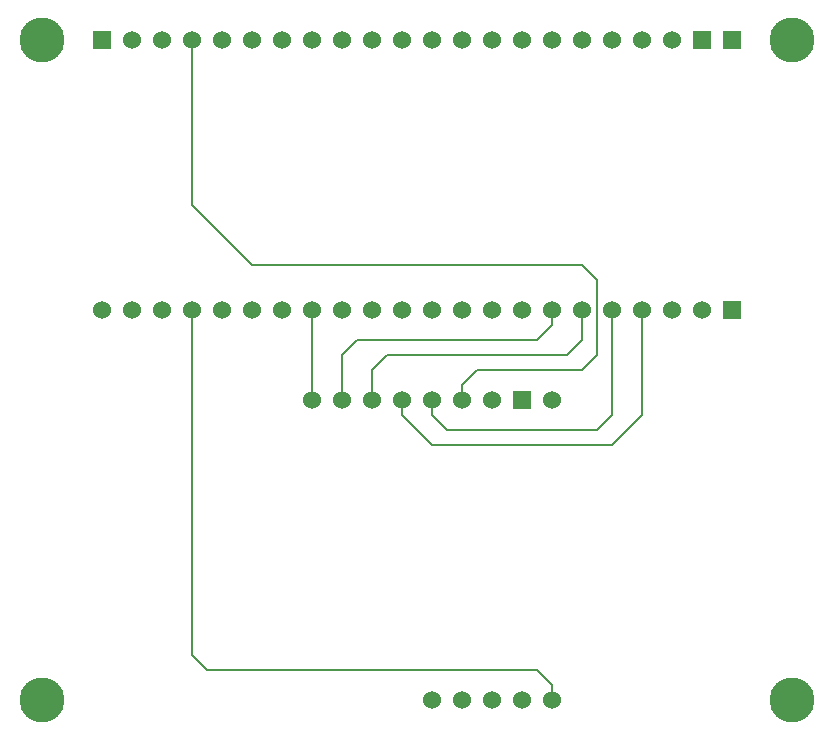
<source format=gbr>
%TF.GenerationSoftware,KiCad,Pcbnew,8.0.3-8.0.3-0~ubuntu22.04.1*%
%TF.CreationDate,2024-06-19T00:56:14-04:00*%
%TF.ProjectId,esp32-s3-wroom-2-devkitc1,65737033-322d-4733-932d-77726f6f6d2d,rev?*%
%TF.SameCoordinates,Original*%
%TF.FileFunction,Copper,L1,Top*%
%TF.FilePolarity,Positive*%
%FSLAX46Y46*%
G04 Gerber Fmt 4.6, Leading zero omitted, Abs format (unit mm)*
G04 Created by KiCad (PCBNEW 8.0.3-8.0.3-0~ubuntu22.04.1) date 2024-06-19 00:56:14*
%MOMM*%
%LPD*%
G01*
G04 APERTURE LIST*
%TA.AperFunction,ComponentPad*%
%ADD10C,3.800000*%
%TD*%
%TA.AperFunction,ComponentPad*%
%ADD11R,1.524000X1.524000*%
%TD*%
%TA.AperFunction,ComponentPad*%
%ADD12C,1.524000*%
%TD*%
%TA.AperFunction,Conductor*%
%ADD13C,0.200000*%
%TD*%
G04 APERTURE END LIST*
D10*
%TO.P,REF\u002A\u002A,1*%
%TO.N,GND*%
X180340000Y-114300000D03*
%TD*%
%TO.P,REF\u002A\u002A,1*%
%TO.N,GND*%
X116840000Y-114300000D03*
%TD*%
%TO.P,REF\u002A\u002A,1*%
%TO.N,GND*%
X180340000Y-58420000D03*
%TD*%
%TO.P,REF\u002A\u002A,1*%
%TO.N,GND*%
X116840000Y-58420000D03*
%TD*%
D11*
%TO.P,REF\u002A\u002A,1*%
%TO.N,GND*%
X121920000Y-58420000D03*
D12*
%TO.P,REF\u002A\u002A,2*%
%TO.N,N/C*%
X124460000Y-58420000D03*
%TO.P,REF\u002A\u002A,3*%
X127000000Y-58420000D03*
%TO.P,REF\u002A\u002A,4*%
X129540000Y-58420000D03*
%TO.P,REF\u002A\u002A,5*%
X132080000Y-58420000D03*
%TO.P,REF\u002A\u002A,6*%
X134620000Y-58420000D03*
%TO.P,REF\u002A\u002A,7*%
X137160000Y-58420000D03*
%TO.P,REF\u002A\u002A,8*%
X139700000Y-58420000D03*
%TO.P,REF\u002A\u002A,9*%
X142240000Y-58420000D03*
%TO.P,REF\u002A\u002A,10*%
X144780000Y-58420000D03*
%TO.P,REF\u002A\u002A,11*%
X147320000Y-58420000D03*
%TO.P,REF\u002A\u002A,12*%
X149860000Y-58420000D03*
%TO.P,REF\u002A\u002A,13*%
X152400000Y-58420000D03*
%TO.P,REF\u002A\u002A,14*%
X154940000Y-58420000D03*
%TO.P,REF\u002A\u002A,15*%
X157480000Y-58420000D03*
%TO.P,REF\u002A\u002A,16*%
X160020000Y-58420000D03*
%TO.P,REF\u002A\u002A,17*%
X162560000Y-58420000D03*
%TO.P,REF\u002A\u002A,18*%
X165100000Y-58420000D03*
%TO.P,REF\u002A\u002A,19*%
X167640000Y-58420000D03*
%TO.P,REF\u002A\u002A,20*%
X170180000Y-58420000D03*
D11*
%TO.P,REF\u002A\u002A,21*%
%TO.N,GND*%
X172720000Y-58420000D03*
%TO.P,REF\u002A\u002A,22*%
X175260000Y-58420000D03*
D12*
%TO.P,REF\u002A\u002A,23*%
%TO.N,+3.3V*%
X121920000Y-81280000D03*
%TO.P,REF\u002A\u002A,24*%
X124460000Y-81280000D03*
%TO.P,REF\u002A\u002A,25*%
%TO.N,N/C*%
X127000000Y-81280000D03*
%TO.P,REF\u002A\u002A,26*%
X129540000Y-81280000D03*
%TO.P,REF\u002A\u002A,27*%
X132080000Y-81280000D03*
%TO.P,REF\u002A\u002A,28*%
X134620000Y-81280000D03*
%TO.P,REF\u002A\u002A,29*%
X137160000Y-81280000D03*
%TO.P,REF\u002A\u002A,30*%
X139700000Y-81280000D03*
%TO.P,REF\u002A\u002A,31*%
X142240000Y-81280000D03*
%TO.P,REF\u002A\u002A,32*%
X144780000Y-81280000D03*
%TO.P,REF\u002A\u002A,33*%
X147320000Y-81280000D03*
%TO.P,REF\u002A\u002A,34*%
X149860000Y-81280000D03*
%TO.P,REF\u002A\u002A,35*%
X152400000Y-81280000D03*
%TO.P,REF\u002A\u002A,36*%
X154940000Y-81280000D03*
%TO.P,REF\u002A\u002A,37*%
X157480000Y-81280000D03*
%TO.P,REF\u002A\u002A,38*%
X160020000Y-81280000D03*
%TO.P,REF\u002A\u002A,39*%
X162560000Y-81280000D03*
%TO.P,REF\u002A\u002A,40*%
X165100000Y-81280000D03*
%TO.P,REF\u002A\u002A,41*%
X167640000Y-81280000D03*
%TO.P,REF\u002A\u002A,42*%
X170180000Y-81280000D03*
%TO.P,REF\u002A\u002A,43*%
X172720000Y-81280000D03*
D11*
%TO.P,REF\u002A\u002A,44*%
%TO.N,GND*%
X175260000Y-81280000D03*
%TD*%
D12*
%TO.P,RFM95W1,1*%
%TO.N,unconnected-(RFM95W1-Pad1)*%
X139700000Y-88900000D03*
%TO.P,RFM95W1,2*%
%TO.N,unconnected-(RFM95W1-Pad2)*%
X142240000Y-88900000D03*
%TO.P,RFM95W1,3*%
%TO.N,unconnected-(RFM95W1-Pad3)*%
X144780000Y-88900000D03*
%TO.P,RFM95W1,4*%
%TO.N,unconnected-(RFM95W1-Pad4)*%
X147320000Y-88900000D03*
%TO.P,RFM95W1,5*%
%TO.N,unconnected-(RFM95W1-Pad5)*%
X149860000Y-88900000D03*
%TO.P,RFM95W1,6*%
%TO.N,unconnected-(RFM95W1-Pad6)*%
X152400000Y-88900000D03*
%TO.P,RFM95W1,7*%
%TO.N,unconnected-(RFM95W1-Pad7)*%
X154940000Y-88900000D03*
D11*
%TO.P,RFM95W1,8,GND*%
%TO.N,GND*%
X157480000Y-88900000D03*
D12*
%TO.P,RFM95W1,9,VIN*%
%TO.N,+3.3V*%
X160020000Y-88900000D03*
%TO.P,RFM95W1,10*%
%TO.N,unconnected-(RFM95W1-Pad10)*%
X149860000Y-114300000D03*
%TO.P,RFM95W1,11*%
%TO.N,unconnected-(RFM95W1-Pad11)*%
X152400000Y-114300000D03*
%TO.P,RFM95W1,12*%
%TO.N,unconnected-(RFM95W1-Pad12)*%
X154940000Y-114300000D03*
%TO.P,RFM95W1,13*%
%TO.N,unconnected-(RFM95W1-Pad13)*%
X157480000Y-114300000D03*
%TO.P,RFM95W1,14*%
%TO.N,unconnected-(RFM95W1-Pad14)*%
X160020000Y-114300000D03*
%TD*%
D13*
%TO.N,unconnected-(RFM95W1-Pad5)*%
X165100000Y-81280000D02*
X165100000Y-90170000D01*
X163830000Y-91440000D02*
X151130000Y-91440000D01*
X151130000Y-91440000D02*
X149860000Y-90170000D01*
X149860000Y-90170000D02*
X149860000Y-88900000D01*
X165100000Y-90170000D02*
X163830000Y-91440000D01*
%TO.N,unconnected-(RFM95W1-Pad4)*%
X149860000Y-92710000D02*
X147320000Y-90170000D01*
X167640000Y-81280000D02*
X167640000Y-90170000D01*
X167640000Y-90170000D02*
X165100000Y-92710000D01*
X147320000Y-90170000D02*
X147320000Y-88900000D01*
X165100000Y-92710000D02*
X149860000Y-92710000D01*
%TO.N,unconnected-(RFM95W1-Pad3)*%
X162560000Y-81280000D02*
X162560000Y-83820000D01*
X146050000Y-85090000D02*
X144780000Y-86360000D01*
X144780000Y-86360000D02*
X144780000Y-88900000D01*
X161290000Y-85090000D02*
X146050000Y-85090000D01*
X162560000Y-83820000D02*
X161290000Y-85090000D01*
%TO.N,unconnected-(RFM95W1-Pad14)*%
X130810000Y-111760000D02*
X158750000Y-111760000D01*
X129540000Y-81280000D02*
X129540000Y-110490000D01*
X160020000Y-113030000D02*
X160020000Y-114300000D01*
X158750000Y-111760000D02*
X160020000Y-113030000D01*
X129540000Y-110490000D02*
X130810000Y-111760000D01*
%TO.N,unconnected-(RFM95W1-Pad1)*%
X139700000Y-81280000D02*
X139700000Y-88900000D01*
%TO.N,unconnected-(RFM95W1-Pad2)*%
X160020000Y-81280000D02*
X160020000Y-82550000D01*
X160020000Y-82550000D02*
X158750000Y-83820000D01*
X143510000Y-83820000D02*
X142240000Y-85090000D01*
X142240000Y-85090000D02*
X142240000Y-88900000D01*
X158750000Y-83820000D02*
X143510000Y-83820000D01*
%TO.N,unconnected-(RFM95W1-Pad6)*%
X129540000Y-58420000D02*
X129540000Y-72390000D01*
X162560000Y-86360000D02*
X163830000Y-85090000D01*
X163830000Y-85090000D02*
X163830000Y-78740000D01*
X162560000Y-77470000D02*
X134620000Y-77470000D01*
X153670000Y-86360000D02*
X162560000Y-86360000D01*
X152400000Y-88900000D02*
X152400000Y-87630000D01*
X152400000Y-87630000D02*
X153670000Y-86360000D01*
X134620000Y-77470000D02*
X129540000Y-72390000D01*
X163830000Y-78740000D02*
X162560000Y-77470000D01*
%TD*%
M02*

</source>
